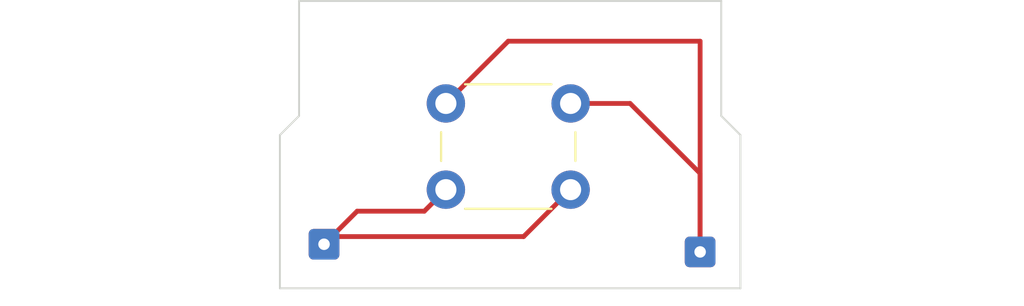
<source format=kicad_pcb>
(kicad_pcb (version 20211014) (generator pcbnew)
  (layers (0 "F.Cu" signal) (31 "B.Cu" signal) (34 "B.Paste" user) (35 "F.Paste" user) (36 "B.SilkS" user "B.Silkscreen") (37 "F.SilkS" user "F.Silkscreen") (38 "B.Mask" user) (39 "F.Mask" user) (44 "Edge.Cuts" user))
  (net 0 "")
  (footprint "Button_Switch_THT:SW_PUSH_6mm" (layer "F.Cu") (at 35.65 29.35)
    (fp_text reference "REF**" hide)
    (fp_text value "SW_PUSH_6mm")
    (fp_line (start 5.5 -1) (end 1 -1) (layer "F.SilkS") (width 0.12))
    (fp_line (start 1 5.5) (end 5.5 5.5) (layer "F.SilkS") (width 0.12))
    (fp_line (start -0.25 1.5) (end -0.25 3) (layer "F.SilkS") (width 0.12))
    (fp_line (start 6.75 3) (end 6.75 1.5) (layer "F.SilkS") (width 0.12))
    (pad "1" thru_hole circle (at 6.5 0 90) (size 2 2) (drill 1.1) (layers *.Cu *.Mask))
    (pad "1" thru_hole circle (at 0 0 90) (size 2 2) (drill 1.1) (layers *.Cu *.Mask))
    (pad "2" thru_hole circle (at 0 4.5 90) (size 2 2) (drill 1.1) (layers *.Cu *.Mask))
    (pad "2" thru_hole circle (at 6.5 4.5 90) (size 2 2) (drill 1.1) (layers *.Cu *.Mask))
  )
  (footprint "Connector_Wire:SolderWire-0.1sqmm_1x01_D0.4mm_OD1mm" (layer "F.Cu") (at 48.9 37.1)
    (fp_text reference "REF**" hide)
    (fp_text value "SolderWire-0.1sqmm_1x01_D0.4mm_OD1mm")
    (pad "1" thru_hole roundrect (at 0 0) (size 1.6 1.6) (drill 0.6) (layers *.Cu *.Mask) (roundrect_rratio 0.15625))
  )
  (footprint "Connector_Wire:SolderWire-0.1sqmm_1x01_D0.4mm_OD1mm" (layer "F.Cu") (at 29.3 36.7)
    (fp_text reference "REF**" hide)
    (fp_text value "SolderWire-0.1sqmm_1x01_D0.4mm_OD1mm")
    (pad "1" thru_hole roundrect (at 0 0) (size 1.6 1.6) (drill 0.6) (layers *.Cu *.Mask) (roundrect_rratio 0.15625))
  )
  (gr_line (start 28 24) (end 28 30) (layer "Edge.Cuts") (width 0.1))
  (gr_line (start 51 31) (end 50 30) (layer "Edge.Cuts") (width 0.1))
  (gr_line (start 51 39) (end 51 31) (layer "Edge.Cuts") (width 0.1))
  (gr_line (start 27 31) (end 27 39) (layer "Edge.Cuts") (width 0.1))
  (gr_line (start 50 30) (end 50 24) (layer "Edge.Cuts") (width 0.1))
  (gr_line (start 27 39) (end 51 39) (layer "Edge.Cuts") (width 0.1))
  (gr_line (start 28 30) (end 27 31) (layer "Edge.Cuts") (width 0.1))
  (gr_line (start 50 24) (end 28 24) (layer "Edge.Cuts") (width 0.1))
  (segment (start 39.7 36.3) (end 42.15 33.85) (width 0.25) (layer "F.Cu") (net 0))
  (segment (start 29.3 36.7) (end 31.025608 34.974392) (width 0.25) (layer "F.Cu") (net 0))
  (segment (start 31.025608 34.974392) (end 34.525608 34.974392) (width 0.25) (layer "F.Cu") (net 0))
  (segment (start 48.9 37.1) (end 48.9 26.1) (width 0.25) (layer "F.Cu") (net 0))
  (segment (start 34.525608 34.974392) (end 35.65 33.85) (width 0.25) (layer "F.Cu") (net 0))
  (segment (start 48.9 33) (end 45.25 29.35) (width 0.25) (layer "F.Cu") (net 0))
  (segment (start 48.9 37.1) (end 48.9 33) (width 0.25) (layer "F.Cu") (net 0))
  (segment (start 29.3 36.7) (end 29.7 36.3) (width 0.25) (layer "F.Cu") (net 0))
  (segment (start 29.7 36.3) (end 39.7 36.3) (width 0.25) (layer "F.Cu") (net 0))
  (segment (start 48.9 26.1) (end 38.9 26.1) (width 0.25) (layer "F.Cu") (net 0))
  (segment (start 45.25 29.35) (end 41.988355 29.35) (width 0.25) (layer "F.Cu") (net 0))
  (segment (start 38.9 26.1) (end 35.65 29.35) (width 0.25) (layer "F.Cu") (net 0))
)
</source>
